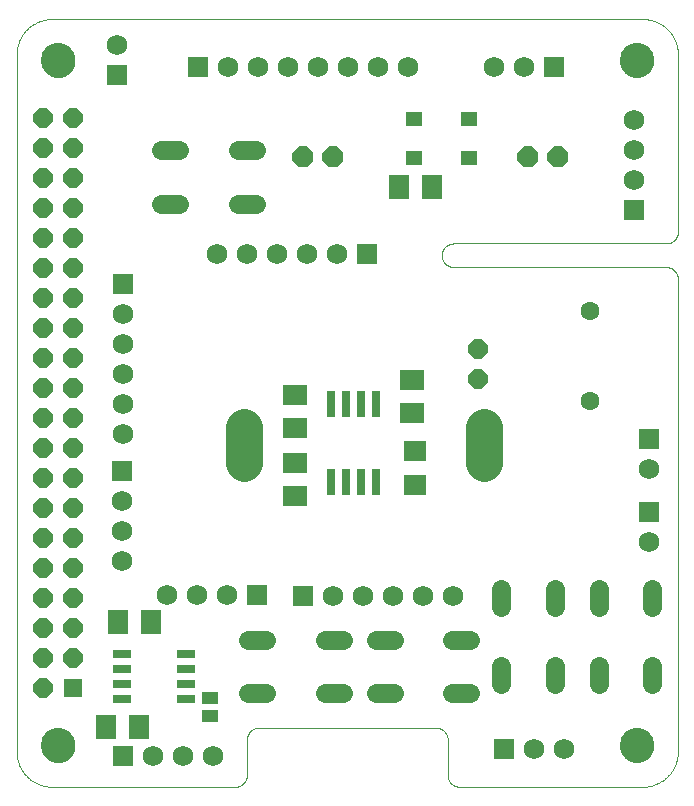
<source format=gts>
G75*
%MOIN*%
%OFA0B0*%
%FSLAX25Y25*%
%IPPOS*%
%LPD*%
%AMOC8*
5,1,8,0,0,1.08239X$1,22.5*
%
%ADD10C,0.00000*%
%ADD11C,0.11424*%
%ADD12R,0.06400X0.06400*%
%ADD13OC8,0.06400*%
%ADD14R,0.02762X0.09061*%
%ADD15C,0.06306*%
%ADD16R,0.06900X0.06900*%
%ADD17C,0.06900*%
%ADD18R,0.05912X0.02762*%
%ADD19C,0.12400*%
%ADD20R,0.05321X0.04337*%
%ADD21R,0.05518X0.05124*%
%ADD22C,0.06400*%
%ADD23OC8,0.07000*%
%ADD24R,0.06699X0.08274*%
%ADD25R,0.08274X0.06699*%
%ADD26R,0.07487X0.06699*%
D10*
X0037312Y0035098D02*
X0098336Y0035098D01*
X0098460Y0035100D01*
X0098583Y0035106D01*
X0098707Y0035115D01*
X0098829Y0035129D01*
X0098952Y0035146D01*
X0099074Y0035168D01*
X0099195Y0035193D01*
X0099315Y0035222D01*
X0099434Y0035254D01*
X0099553Y0035291D01*
X0099670Y0035331D01*
X0099785Y0035374D01*
X0099900Y0035422D01*
X0100012Y0035473D01*
X0100123Y0035527D01*
X0100233Y0035585D01*
X0100340Y0035646D01*
X0100446Y0035711D01*
X0100549Y0035779D01*
X0100650Y0035850D01*
X0100749Y0035924D01*
X0100846Y0036001D01*
X0100940Y0036082D01*
X0101031Y0036165D01*
X0101120Y0036251D01*
X0101206Y0036340D01*
X0101289Y0036431D01*
X0101370Y0036525D01*
X0101447Y0036622D01*
X0101521Y0036721D01*
X0101592Y0036822D01*
X0101660Y0036925D01*
X0101725Y0037031D01*
X0101786Y0037138D01*
X0101844Y0037248D01*
X0101898Y0037359D01*
X0101949Y0037471D01*
X0101997Y0037586D01*
X0102040Y0037701D01*
X0102080Y0037818D01*
X0102117Y0037937D01*
X0102149Y0038056D01*
X0102178Y0038176D01*
X0102203Y0038297D01*
X0102225Y0038419D01*
X0102242Y0038542D01*
X0102256Y0038664D01*
X0102265Y0038788D01*
X0102271Y0038911D01*
X0102273Y0039035D01*
X0102273Y0050846D01*
X0102275Y0050970D01*
X0102281Y0051093D01*
X0102290Y0051217D01*
X0102304Y0051339D01*
X0102321Y0051462D01*
X0102343Y0051584D01*
X0102368Y0051705D01*
X0102397Y0051825D01*
X0102429Y0051944D01*
X0102466Y0052063D01*
X0102506Y0052180D01*
X0102549Y0052295D01*
X0102597Y0052410D01*
X0102648Y0052522D01*
X0102702Y0052633D01*
X0102760Y0052743D01*
X0102821Y0052850D01*
X0102886Y0052956D01*
X0102954Y0053059D01*
X0103025Y0053160D01*
X0103099Y0053259D01*
X0103176Y0053356D01*
X0103257Y0053450D01*
X0103340Y0053541D01*
X0103426Y0053630D01*
X0103515Y0053716D01*
X0103606Y0053799D01*
X0103700Y0053880D01*
X0103797Y0053957D01*
X0103896Y0054031D01*
X0103997Y0054102D01*
X0104100Y0054170D01*
X0104206Y0054235D01*
X0104313Y0054296D01*
X0104423Y0054354D01*
X0104534Y0054408D01*
X0104646Y0054459D01*
X0104761Y0054507D01*
X0104876Y0054550D01*
X0104993Y0054590D01*
X0105112Y0054627D01*
X0105231Y0054659D01*
X0105351Y0054688D01*
X0105472Y0054713D01*
X0105594Y0054735D01*
X0105717Y0054752D01*
X0105839Y0054766D01*
X0105963Y0054775D01*
X0106086Y0054781D01*
X0106210Y0054783D01*
X0165265Y0054783D01*
X0165389Y0054781D01*
X0165512Y0054775D01*
X0165636Y0054766D01*
X0165758Y0054752D01*
X0165881Y0054735D01*
X0166003Y0054713D01*
X0166124Y0054688D01*
X0166244Y0054659D01*
X0166363Y0054627D01*
X0166482Y0054590D01*
X0166599Y0054550D01*
X0166714Y0054507D01*
X0166829Y0054459D01*
X0166941Y0054408D01*
X0167052Y0054354D01*
X0167162Y0054296D01*
X0167269Y0054235D01*
X0167375Y0054170D01*
X0167478Y0054102D01*
X0167579Y0054031D01*
X0167678Y0053957D01*
X0167775Y0053880D01*
X0167869Y0053799D01*
X0167960Y0053716D01*
X0168049Y0053630D01*
X0168135Y0053541D01*
X0168218Y0053450D01*
X0168299Y0053356D01*
X0168376Y0053259D01*
X0168450Y0053160D01*
X0168521Y0053059D01*
X0168589Y0052956D01*
X0168654Y0052850D01*
X0168715Y0052743D01*
X0168773Y0052633D01*
X0168827Y0052522D01*
X0168878Y0052410D01*
X0168926Y0052295D01*
X0168969Y0052180D01*
X0169009Y0052063D01*
X0169046Y0051944D01*
X0169078Y0051825D01*
X0169107Y0051705D01*
X0169132Y0051584D01*
X0169154Y0051462D01*
X0169171Y0051339D01*
X0169185Y0051217D01*
X0169194Y0051093D01*
X0169200Y0050970D01*
X0169202Y0050846D01*
X0169202Y0039035D01*
X0169204Y0038911D01*
X0169210Y0038788D01*
X0169219Y0038664D01*
X0169233Y0038542D01*
X0169250Y0038419D01*
X0169272Y0038297D01*
X0169297Y0038176D01*
X0169326Y0038056D01*
X0169358Y0037937D01*
X0169395Y0037818D01*
X0169435Y0037701D01*
X0169478Y0037586D01*
X0169526Y0037471D01*
X0169577Y0037359D01*
X0169631Y0037248D01*
X0169689Y0037138D01*
X0169750Y0037031D01*
X0169815Y0036925D01*
X0169883Y0036822D01*
X0169954Y0036721D01*
X0170028Y0036622D01*
X0170105Y0036525D01*
X0170186Y0036431D01*
X0170269Y0036340D01*
X0170355Y0036251D01*
X0170444Y0036165D01*
X0170535Y0036082D01*
X0170629Y0036001D01*
X0170726Y0035924D01*
X0170825Y0035850D01*
X0170926Y0035779D01*
X0171029Y0035711D01*
X0171135Y0035646D01*
X0171242Y0035585D01*
X0171352Y0035527D01*
X0171463Y0035473D01*
X0171575Y0035422D01*
X0171690Y0035374D01*
X0171805Y0035331D01*
X0171922Y0035291D01*
X0172041Y0035254D01*
X0172160Y0035222D01*
X0172280Y0035193D01*
X0172401Y0035168D01*
X0172523Y0035146D01*
X0172646Y0035129D01*
X0172768Y0035115D01*
X0172892Y0035106D01*
X0173015Y0035100D01*
X0173139Y0035098D01*
X0234162Y0035098D01*
X0234447Y0035101D01*
X0234733Y0035112D01*
X0235018Y0035129D01*
X0235302Y0035153D01*
X0235586Y0035184D01*
X0235869Y0035222D01*
X0236150Y0035267D01*
X0236431Y0035318D01*
X0236711Y0035376D01*
X0236989Y0035441D01*
X0237265Y0035513D01*
X0237539Y0035591D01*
X0237812Y0035676D01*
X0238082Y0035768D01*
X0238350Y0035866D01*
X0238616Y0035970D01*
X0238879Y0036081D01*
X0239139Y0036198D01*
X0239397Y0036321D01*
X0239651Y0036451D01*
X0239902Y0036587D01*
X0240150Y0036728D01*
X0240394Y0036876D01*
X0240635Y0037029D01*
X0240871Y0037189D01*
X0241104Y0037354D01*
X0241333Y0037524D01*
X0241558Y0037700D01*
X0241778Y0037882D01*
X0241994Y0038068D01*
X0242205Y0038260D01*
X0242412Y0038457D01*
X0242614Y0038659D01*
X0242811Y0038866D01*
X0243003Y0039077D01*
X0243189Y0039293D01*
X0243371Y0039513D01*
X0243547Y0039738D01*
X0243717Y0039967D01*
X0243882Y0040200D01*
X0244042Y0040436D01*
X0244195Y0040677D01*
X0244343Y0040921D01*
X0244484Y0041169D01*
X0244620Y0041420D01*
X0244750Y0041674D01*
X0244873Y0041932D01*
X0244990Y0042192D01*
X0245101Y0042455D01*
X0245205Y0042721D01*
X0245303Y0042989D01*
X0245395Y0043259D01*
X0245480Y0043532D01*
X0245558Y0043806D01*
X0245630Y0044082D01*
X0245695Y0044360D01*
X0245753Y0044640D01*
X0245804Y0044921D01*
X0245849Y0045202D01*
X0245887Y0045485D01*
X0245918Y0045769D01*
X0245942Y0046053D01*
X0245959Y0046338D01*
X0245970Y0046624D01*
X0245973Y0046909D01*
X0245973Y0204390D01*
X0245971Y0204514D01*
X0245965Y0204637D01*
X0245956Y0204761D01*
X0245942Y0204883D01*
X0245925Y0205006D01*
X0245903Y0205128D01*
X0245878Y0205249D01*
X0245849Y0205369D01*
X0245817Y0205488D01*
X0245780Y0205607D01*
X0245740Y0205724D01*
X0245697Y0205839D01*
X0245649Y0205954D01*
X0245598Y0206066D01*
X0245544Y0206177D01*
X0245486Y0206287D01*
X0245425Y0206394D01*
X0245360Y0206500D01*
X0245292Y0206603D01*
X0245221Y0206704D01*
X0245147Y0206803D01*
X0245070Y0206900D01*
X0244989Y0206994D01*
X0244906Y0207085D01*
X0244820Y0207174D01*
X0244731Y0207260D01*
X0244640Y0207343D01*
X0244546Y0207424D01*
X0244449Y0207501D01*
X0244350Y0207575D01*
X0244249Y0207646D01*
X0244146Y0207714D01*
X0244040Y0207779D01*
X0243933Y0207840D01*
X0243823Y0207898D01*
X0243712Y0207952D01*
X0243600Y0208003D01*
X0243485Y0208051D01*
X0243370Y0208094D01*
X0243253Y0208134D01*
X0243134Y0208171D01*
X0243015Y0208203D01*
X0242895Y0208232D01*
X0242774Y0208257D01*
X0242652Y0208279D01*
X0242529Y0208296D01*
X0242407Y0208310D01*
X0242283Y0208319D01*
X0242160Y0208325D01*
X0242036Y0208327D01*
X0171170Y0208327D01*
X0171046Y0208329D01*
X0170923Y0208335D01*
X0170799Y0208344D01*
X0170677Y0208358D01*
X0170554Y0208375D01*
X0170432Y0208397D01*
X0170311Y0208422D01*
X0170191Y0208451D01*
X0170072Y0208483D01*
X0169953Y0208520D01*
X0169836Y0208560D01*
X0169721Y0208603D01*
X0169606Y0208651D01*
X0169494Y0208702D01*
X0169383Y0208756D01*
X0169273Y0208814D01*
X0169166Y0208875D01*
X0169060Y0208940D01*
X0168957Y0209008D01*
X0168856Y0209079D01*
X0168757Y0209153D01*
X0168660Y0209230D01*
X0168566Y0209311D01*
X0168475Y0209394D01*
X0168386Y0209480D01*
X0168300Y0209569D01*
X0168217Y0209660D01*
X0168136Y0209754D01*
X0168059Y0209851D01*
X0167985Y0209950D01*
X0167914Y0210051D01*
X0167846Y0210154D01*
X0167781Y0210260D01*
X0167720Y0210367D01*
X0167662Y0210477D01*
X0167608Y0210588D01*
X0167557Y0210700D01*
X0167509Y0210815D01*
X0167466Y0210930D01*
X0167426Y0211047D01*
X0167389Y0211166D01*
X0167357Y0211285D01*
X0167328Y0211405D01*
X0167303Y0211526D01*
X0167281Y0211648D01*
X0167264Y0211771D01*
X0167250Y0211893D01*
X0167241Y0212017D01*
X0167235Y0212140D01*
X0167233Y0212264D01*
X0167235Y0212388D01*
X0167241Y0212511D01*
X0167250Y0212635D01*
X0167264Y0212757D01*
X0167281Y0212880D01*
X0167303Y0213002D01*
X0167328Y0213123D01*
X0167357Y0213243D01*
X0167389Y0213362D01*
X0167426Y0213481D01*
X0167466Y0213598D01*
X0167509Y0213713D01*
X0167557Y0213828D01*
X0167608Y0213940D01*
X0167662Y0214051D01*
X0167720Y0214161D01*
X0167781Y0214268D01*
X0167846Y0214374D01*
X0167914Y0214477D01*
X0167985Y0214578D01*
X0168059Y0214677D01*
X0168136Y0214774D01*
X0168217Y0214868D01*
X0168300Y0214959D01*
X0168386Y0215048D01*
X0168475Y0215134D01*
X0168566Y0215217D01*
X0168660Y0215298D01*
X0168757Y0215375D01*
X0168856Y0215449D01*
X0168957Y0215520D01*
X0169060Y0215588D01*
X0169166Y0215653D01*
X0169273Y0215714D01*
X0169383Y0215772D01*
X0169494Y0215826D01*
X0169606Y0215877D01*
X0169721Y0215925D01*
X0169836Y0215968D01*
X0169953Y0216008D01*
X0170072Y0216045D01*
X0170191Y0216077D01*
X0170311Y0216106D01*
X0170432Y0216131D01*
X0170554Y0216153D01*
X0170677Y0216170D01*
X0170799Y0216184D01*
X0170923Y0216193D01*
X0171046Y0216199D01*
X0171170Y0216201D01*
X0242036Y0216201D01*
X0242160Y0216203D01*
X0242283Y0216209D01*
X0242407Y0216218D01*
X0242529Y0216232D01*
X0242652Y0216249D01*
X0242774Y0216271D01*
X0242895Y0216296D01*
X0243015Y0216325D01*
X0243134Y0216357D01*
X0243253Y0216394D01*
X0243370Y0216434D01*
X0243485Y0216477D01*
X0243600Y0216525D01*
X0243712Y0216576D01*
X0243823Y0216630D01*
X0243933Y0216688D01*
X0244040Y0216749D01*
X0244146Y0216814D01*
X0244249Y0216882D01*
X0244350Y0216953D01*
X0244449Y0217027D01*
X0244546Y0217104D01*
X0244640Y0217185D01*
X0244731Y0217268D01*
X0244820Y0217354D01*
X0244906Y0217443D01*
X0244989Y0217534D01*
X0245070Y0217628D01*
X0245147Y0217725D01*
X0245221Y0217824D01*
X0245292Y0217925D01*
X0245360Y0218028D01*
X0245425Y0218134D01*
X0245486Y0218241D01*
X0245544Y0218351D01*
X0245598Y0218462D01*
X0245649Y0218574D01*
X0245697Y0218689D01*
X0245740Y0218804D01*
X0245780Y0218921D01*
X0245817Y0219040D01*
X0245849Y0219159D01*
X0245878Y0219279D01*
X0245903Y0219400D01*
X0245925Y0219522D01*
X0245942Y0219645D01*
X0245956Y0219767D01*
X0245965Y0219891D01*
X0245971Y0220014D01*
X0245973Y0220138D01*
X0245973Y0279193D01*
X0245970Y0279478D01*
X0245959Y0279764D01*
X0245942Y0280049D01*
X0245918Y0280333D01*
X0245887Y0280617D01*
X0245849Y0280900D01*
X0245804Y0281181D01*
X0245753Y0281462D01*
X0245695Y0281742D01*
X0245630Y0282020D01*
X0245558Y0282296D01*
X0245480Y0282570D01*
X0245395Y0282843D01*
X0245303Y0283113D01*
X0245205Y0283381D01*
X0245101Y0283647D01*
X0244990Y0283910D01*
X0244873Y0284170D01*
X0244750Y0284428D01*
X0244620Y0284682D01*
X0244484Y0284933D01*
X0244343Y0285181D01*
X0244195Y0285425D01*
X0244042Y0285666D01*
X0243882Y0285902D01*
X0243717Y0286135D01*
X0243547Y0286364D01*
X0243371Y0286589D01*
X0243189Y0286809D01*
X0243003Y0287025D01*
X0242811Y0287236D01*
X0242614Y0287443D01*
X0242412Y0287645D01*
X0242205Y0287842D01*
X0241994Y0288034D01*
X0241778Y0288220D01*
X0241558Y0288402D01*
X0241333Y0288578D01*
X0241104Y0288748D01*
X0240871Y0288913D01*
X0240635Y0289073D01*
X0240394Y0289226D01*
X0240150Y0289374D01*
X0239902Y0289515D01*
X0239651Y0289651D01*
X0239397Y0289781D01*
X0239139Y0289904D01*
X0238879Y0290021D01*
X0238616Y0290132D01*
X0238350Y0290236D01*
X0238082Y0290334D01*
X0237812Y0290426D01*
X0237539Y0290511D01*
X0237265Y0290589D01*
X0236989Y0290661D01*
X0236711Y0290726D01*
X0236431Y0290784D01*
X0236150Y0290835D01*
X0235869Y0290880D01*
X0235586Y0290918D01*
X0235302Y0290949D01*
X0235018Y0290973D01*
X0234733Y0290990D01*
X0234447Y0291001D01*
X0234162Y0291004D01*
X0037312Y0291004D01*
X0037027Y0291001D01*
X0036741Y0290990D01*
X0036456Y0290973D01*
X0036172Y0290949D01*
X0035888Y0290918D01*
X0035605Y0290880D01*
X0035324Y0290835D01*
X0035043Y0290784D01*
X0034763Y0290726D01*
X0034485Y0290661D01*
X0034209Y0290589D01*
X0033935Y0290511D01*
X0033662Y0290426D01*
X0033392Y0290334D01*
X0033124Y0290236D01*
X0032858Y0290132D01*
X0032595Y0290021D01*
X0032335Y0289904D01*
X0032077Y0289781D01*
X0031823Y0289651D01*
X0031572Y0289515D01*
X0031324Y0289374D01*
X0031080Y0289226D01*
X0030839Y0289073D01*
X0030603Y0288913D01*
X0030370Y0288748D01*
X0030141Y0288578D01*
X0029916Y0288402D01*
X0029696Y0288220D01*
X0029480Y0288034D01*
X0029269Y0287842D01*
X0029062Y0287645D01*
X0028860Y0287443D01*
X0028663Y0287236D01*
X0028471Y0287025D01*
X0028285Y0286809D01*
X0028103Y0286589D01*
X0027927Y0286364D01*
X0027757Y0286135D01*
X0027592Y0285902D01*
X0027432Y0285666D01*
X0027279Y0285425D01*
X0027131Y0285181D01*
X0026990Y0284933D01*
X0026854Y0284682D01*
X0026724Y0284428D01*
X0026601Y0284170D01*
X0026484Y0283910D01*
X0026373Y0283647D01*
X0026269Y0283381D01*
X0026171Y0283113D01*
X0026079Y0282843D01*
X0025994Y0282570D01*
X0025916Y0282296D01*
X0025844Y0282020D01*
X0025779Y0281742D01*
X0025721Y0281462D01*
X0025670Y0281181D01*
X0025625Y0280900D01*
X0025587Y0280617D01*
X0025556Y0280333D01*
X0025532Y0280049D01*
X0025515Y0279764D01*
X0025504Y0279478D01*
X0025501Y0279193D01*
X0025501Y0046909D01*
X0025504Y0046624D01*
X0025515Y0046338D01*
X0025532Y0046053D01*
X0025556Y0045769D01*
X0025587Y0045485D01*
X0025625Y0045202D01*
X0025670Y0044921D01*
X0025721Y0044640D01*
X0025779Y0044360D01*
X0025844Y0044082D01*
X0025916Y0043806D01*
X0025994Y0043532D01*
X0026079Y0043259D01*
X0026171Y0042989D01*
X0026269Y0042721D01*
X0026373Y0042455D01*
X0026484Y0042192D01*
X0026601Y0041932D01*
X0026724Y0041674D01*
X0026854Y0041420D01*
X0026990Y0041169D01*
X0027131Y0040921D01*
X0027279Y0040677D01*
X0027432Y0040436D01*
X0027592Y0040200D01*
X0027757Y0039967D01*
X0027927Y0039738D01*
X0028103Y0039513D01*
X0028285Y0039293D01*
X0028471Y0039077D01*
X0028663Y0038866D01*
X0028860Y0038659D01*
X0029062Y0038457D01*
X0029269Y0038260D01*
X0029480Y0038068D01*
X0029696Y0037882D01*
X0029916Y0037700D01*
X0030141Y0037524D01*
X0030370Y0037354D01*
X0030603Y0037189D01*
X0030839Y0037029D01*
X0031080Y0036876D01*
X0031324Y0036728D01*
X0031572Y0036587D01*
X0031823Y0036451D01*
X0032077Y0036321D01*
X0032335Y0036198D01*
X0032595Y0036081D01*
X0032858Y0035970D01*
X0033124Y0035866D01*
X0033392Y0035768D01*
X0033662Y0035676D01*
X0033935Y0035591D01*
X0034209Y0035513D01*
X0034485Y0035441D01*
X0034763Y0035376D01*
X0035043Y0035318D01*
X0035324Y0035267D01*
X0035605Y0035222D01*
X0035888Y0035184D01*
X0036172Y0035153D01*
X0036456Y0035129D01*
X0036741Y0035112D01*
X0037027Y0035101D01*
X0037312Y0035098D01*
X0033765Y0048883D02*
X0033767Y0049031D01*
X0033773Y0049179D01*
X0033783Y0049327D01*
X0033797Y0049474D01*
X0033815Y0049621D01*
X0033836Y0049767D01*
X0033862Y0049913D01*
X0033892Y0050058D01*
X0033925Y0050202D01*
X0033963Y0050345D01*
X0034004Y0050487D01*
X0034049Y0050628D01*
X0034097Y0050768D01*
X0034150Y0050907D01*
X0034206Y0051044D01*
X0034266Y0051179D01*
X0034329Y0051313D01*
X0034396Y0051445D01*
X0034467Y0051575D01*
X0034541Y0051703D01*
X0034618Y0051829D01*
X0034699Y0051953D01*
X0034783Y0052075D01*
X0034870Y0052194D01*
X0034961Y0052311D01*
X0035055Y0052426D01*
X0035151Y0052538D01*
X0035251Y0052648D01*
X0035353Y0052754D01*
X0035459Y0052858D01*
X0035567Y0052959D01*
X0035678Y0053057D01*
X0035791Y0053153D01*
X0035907Y0053245D01*
X0036025Y0053334D01*
X0036146Y0053419D01*
X0036269Y0053502D01*
X0036394Y0053581D01*
X0036521Y0053657D01*
X0036650Y0053729D01*
X0036781Y0053798D01*
X0036914Y0053863D01*
X0037049Y0053924D01*
X0037185Y0053982D01*
X0037322Y0054037D01*
X0037461Y0054087D01*
X0037602Y0054134D01*
X0037743Y0054177D01*
X0037886Y0054217D01*
X0038030Y0054252D01*
X0038174Y0054284D01*
X0038320Y0054311D01*
X0038466Y0054335D01*
X0038613Y0054355D01*
X0038760Y0054371D01*
X0038907Y0054383D01*
X0039055Y0054391D01*
X0039203Y0054395D01*
X0039351Y0054395D01*
X0039499Y0054391D01*
X0039647Y0054383D01*
X0039794Y0054371D01*
X0039941Y0054355D01*
X0040088Y0054335D01*
X0040234Y0054311D01*
X0040380Y0054284D01*
X0040524Y0054252D01*
X0040668Y0054217D01*
X0040811Y0054177D01*
X0040952Y0054134D01*
X0041093Y0054087D01*
X0041232Y0054037D01*
X0041369Y0053982D01*
X0041505Y0053924D01*
X0041640Y0053863D01*
X0041773Y0053798D01*
X0041904Y0053729D01*
X0042033Y0053657D01*
X0042160Y0053581D01*
X0042285Y0053502D01*
X0042408Y0053419D01*
X0042529Y0053334D01*
X0042647Y0053245D01*
X0042763Y0053153D01*
X0042876Y0053057D01*
X0042987Y0052959D01*
X0043095Y0052858D01*
X0043201Y0052754D01*
X0043303Y0052648D01*
X0043403Y0052538D01*
X0043499Y0052426D01*
X0043593Y0052311D01*
X0043684Y0052194D01*
X0043771Y0052075D01*
X0043855Y0051953D01*
X0043936Y0051829D01*
X0044013Y0051703D01*
X0044087Y0051575D01*
X0044158Y0051445D01*
X0044225Y0051313D01*
X0044288Y0051179D01*
X0044348Y0051044D01*
X0044404Y0050907D01*
X0044457Y0050768D01*
X0044505Y0050628D01*
X0044550Y0050487D01*
X0044591Y0050345D01*
X0044629Y0050202D01*
X0044662Y0050058D01*
X0044692Y0049913D01*
X0044718Y0049767D01*
X0044739Y0049621D01*
X0044757Y0049474D01*
X0044771Y0049327D01*
X0044781Y0049179D01*
X0044787Y0049031D01*
X0044789Y0048883D01*
X0044787Y0048735D01*
X0044781Y0048587D01*
X0044771Y0048439D01*
X0044757Y0048292D01*
X0044739Y0048145D01*
X0044718Y0047999D01*
X0044692Y0047853D01*
X0044662Y0047708D01*
X0044629Y0047564D01*
X0044591Y0047421D01*
X0044550Y0047279D01*
X0044505Y0047138D01*
X0044457Y0046998D01*
X0044404Y0046859D01*
X0044348Y0046722D01*
X0044288Y0046587D01*
X0044225Y0046453D01*
X0044158Y0046321D01*
X0044087Y0046191D01*
X0044013Y0046063D01*
X0043936Y0045937D01*
X0043855Y0045813D01*
X0043771Y0045691D01*
X0043684Y0045572D01*
X0043593Y0045455D01*
X0043499Y0045340D01*
X0043403Y0045228D01*
X0043303Y0045118D01*
X0043201Y0045012D01*
X0043095Y0044908D01*
X0042987Y0044807D01*
X0042876Y0044709D01*
X0042763Y0044613D01*
X0042647Y0044521D01*
X0042529Y0044432D01*
X0042408Y0044347D01*
X0042285Y0044264D01*
X0042160Y0044185D01*
X0042033Y0044109D01*
X0041904Y0044037D01*
X0041773Y0043968D01*
X0041640Y0043903D01*
X0041505Y0043842D01*
X0041369Y0043784D01*
X0041232Y0043729D01*
X0041093Y0043679D01*
X0040952Y0043632D01*
X0040811Y0043589D01*
X0040668Y0043549D01*
X0040524Y0043514D01*
X0040380Y0043482D01*
X0040234Y0043455D01*
X0040088Y0043431D01*
X0039941Y0043411D01*
X0039794Y0043395D01*
X0039647Y0043383D01*
X0039499Y0043375D01*
X0039351Y0043371D01*
X0039203Y0043371D01*
X0039055Y0043375D01*
X0038907Y0043383D01*
X0038760Y0043395D01*
X0038613Y0043411D01*
X0038466Y0043431D01*
X0038320Y0043455D01*
X0038174Y0043482D01*
X0038030Y0043514D01*
X0037886Y0043549D01*
X0037743Y0043589D01*
X0037602Y0043632D01*
X0037461Y0043679D01*
X0037322Y0043729D01*
X0037185Y0043784D01*
X0037049Y0043842D01*
X0036914Y0043903D01*
X0036781Y0043968D01*
X0036650Y0044037D01*
X0036521Y0044109D01*
X0036394Y0044185D01*
X0036269Y0044264D01*
X0036146Y0044347D01*
X0036025Y0044432D01*
X0035907Y0044521D01*
X0035791Y0044613D01*
X0035678Y0044709D01*
X0035567Y0044807D01*
X0035459Y0044908D01*
X0035353Y0045012D01*
X0035251Y0045118D01*
X0035151Y0045228D01*
X0035055Y0045340D01*
X0034961Y0045455D01*
X0034870Y0045572D01*
X0034783Y0045691D01*
X0034699Y0045813D01*
X0034618Y0045937D01*
X0034541Y0046063D01*
X0034467Y0046191D01*
X0034396Y0046321D01*
X0034329Y0046453D01*
X0034266Y0046587D01*
X0034206Y0046722D01*
X0034150Y0046859D01*
X0034097Y0046998D01*
X0034049Y0047138D01*
X0034004Y0047279D01*
X0033963Y0047421D01*
X0033925Y0047564D01*
X0033892Y0047708D01*
X0033862Y0047853D01*
X0033836Y0047999D01*
X0033815Y0048145D01*
X0033797Y0048292D01*
X0033783Y0048439D01*
X0033773Y0048587D01*
X0033767Y0048735D01*
X0033765Y0048883D01*
X0226679Y0048883D02*
X0226681Y0049031D01*
X0226687Y0049179D01*
X0226697Y0049327D01*
X0226711Y0049474D01*
X0226729Y0049621D01*
X0226750Y0049767D01*
X0226776Y0049913D01*
X0226806Y0050058D01*
X0226839Y0050202D01*
X0226877Y0050345D01*
X0226918Y0050487D01*
X0226963Y0050628D01*
X0227011Y0050768D01*
X0227064Y0050907D01*
X0227120Y0051044D01*
X0227180Y0051179D01*
X0227243Y0051313D01*
X0227310Y0051445D01*
X0227381Y0051575D01*
X0227455Y0051703D01*
X0227532Y0051829D01*
X0227613Y0051953D01*
X0227697Y0052075D01*
X0227784Y0052194D01*
X0227875Y0052311D01*
X0227969Y0052426D01*
X0228065Y0052538D01*
X0228165Y0052648D01*
X0228267Y0052754D01*
X0228373Y0052858D01*
X0228481Y0052959D01*
X0228592Y0053057D01*
X0228705Y0053153D01*
X0228821Y0053245D01*
X0228939Y0053334D01*
X0229060Y0053419D01*
X0229183Y0053502D01*
X0229308Y0053581D01*
X0229435Y0053657D01*
X0229564Y0053729D01*
X0229695Y0053798D01*
X0229828Y0053863D01*
X0229963Y0053924D01*
X0230099Y0053982D01*
X0230236Y0054037D01*
X0230375Y0054087D01*
X0230516Y0054134D01*
X0230657Y0054177D01*
X0230800Y0054217D01*
X0230944Y0054252D01*
X0231088Y0054284D01*
X0231234Y0054311D01*
X0231380Y0054335D01*
X0231527Y0054355D01*
X0231674Y0054371D01*
X0231821Y0054383D01*
X0231969Y0054391D01*
X0232117Y0054395D01*
X0232265Y0054395D01*
X0232413Y0054391D01*
X0232561Y0054383D01*
X0232708Y0054371D01*
X0232855Y0054355D01*
X0233002Y0054335D01*
X0233148Y0054311D01*
X0233294Y0054284D01*
X0233438Y0054252D01*
X0233582Y0054217D01*
X0233725Y0054177D01*
X0233866Y0054134D01*
X0234007Y0054087D01*
X0234146Y0054037D01*
X0234283Y0053982D01*
X0234419Y0053924D01*
X0234554Y0053863D01*
X0234687Y0053798D01*
X0234818Y0053729D01*
X0234947Y0053657D01*
X0235074Y0053581D01*
X0235199Y0053502D01*
X0235322Y0053419D01*
X0235443Y0053334D01*
X0235561Y0053245D01*
X0235677Y0053153D01*
X0235790Y0053057D01*
X0235901Y0052959D01*
X0236009Y0052858D01*
X0236115Y0052754D01*
X0236217Y0052648D01*
X0236317Y0052538D01*
X0236413Y0052426D01*
X0236507Y0052311D01*
X0236598Y0052194D01*
X0236685Y0052075D01*
X0236769Y0051953D01*
X0236850Y0051829D01*
X0236927Y0051703D01*
X0237001Y0051575D01*
X0237072Y0051445D01*
X0237139Y0051313D01*
X0237202Y0051179D01*
X0237262Y0051044D01*
X0237318Y0050907D01*
X0237371Y0050768D01*
X0237419Y0050628D01*
X0237464Y0050487D01*
X0237505Y0050345D01*
X0237543Y0050202D01*
X0237576Y0050058D01*
X0237606Y0049913D01*
X0237632Y0049767D01*
X0237653Y0049621D01*
X0237671Y0049474D01*
X0237685Y0049327D01*
X0237695Y0049179D01*
X0237701Y0049031D01*
X0237703Y0048883D01*
X0237701Y0048735D01*
X0237695Y0048587D01*
X0237685Y0048439D01*
X0237671Y0048292D01*
X0237653Y0048145D01*
X0237632Y0047999D01*
X0237606Y0047853D01*
X0237576Y0047708D01*
X0237543Y0047564D01*
X0237505Y0047421D01*
X0237464Y0047279D01*
X0237419Y0047138D01*
X0237371Y0046998D01*
X0237318Y0046859D01*
X0237262Y0046722D01*
X0237202Y0046587D01*
X0237139Y0046453D01*
X0237072Y0046321D01*
X0237001Y0046191D01*
X0236927Y0046063D01*
X0236850Y0045937D01*
X0236769Y0045813D01*
X0236685Y0045691D01*
X0236598Y0045572D01*
X0236507Y0045455D01*
X0236413Y0045340D01*
X0236317Y0045228D01*
X0236217Y0045118D01*
X0236115Y0045012D01*
X0236009Y0044908D01*
X0235901Y0044807D01*
X0235790Y0044709D01*
X0235677Y0044613D01*
X0235561Y0044521D01*
X0235443Y0044432D01*
X0235322Y0044347D01*
X0235199Y0044264D01*
X0235074Y0044185D01*
X0234947Y0044109D01*
X0234818Y0044037D01*
X0234687Y0043968D01*
X0234554Y0043903D01*
X0234419Y0043842D01*
X0234283Y0043784D01*
X0234146Y0043729D01*
X0234007Y0043679D01*
X0233866Y0043632D01*
X0233725Y0043589D01*
X0233582Y0043549D01*
X0233438Y0043514D01*
X0233294Y0043482D01*
X0233148Y0043455D01*
X0233002Y0043431D01*
X0232855Y0043411D01*
X0232708Y0043395D01*
X0232561Y0043383D01*
X0232413Y0043375D01*
X0232265Y0043371D01*
X0232117Y0043371D01*
X0231969Y0043375D01*
X0231821Y0043383D01*
X0231674Y0043395D01*
X0231527Y0043411D01*
X0231380Y0043431D01*
X0231234Y0043455D01*
X0231088Y0043482D01*
X0230944Y0043514D01*
X0230800Y0043549D01*
X0230657Y0043589D01*
X0230516Y0043632D01*
X0230375Y0043679D01*
X0230236Y0043729D01*
X0230099Y0043784D01*
X0229963Y0043842D01*
X0229828Y0043903D01*
X0229695Y0043968D01*
X0229564Y0044037D01*
X0229435Y0044109D01*
X0229308Y0044185D01*
X0229183Y0044264D01*
X0229060Y0044347D01*
X0228939Y0044432D01*
X0228821Y0044521D01*
X0228705Y0044613D01*
X0228592Y0044709D01*
X0228481Y0044807D01*
X0228373Y0044908D01*
X0228267Y0045012D01*
X0228165Y0045118D01*
X0228065Y0045228D01*
X0227969Y0045340D01*
X0227875Y0045455D01*
X0227784Y0045572D01*
X0227697Y0045691D01*
X0227613Y0045813D01*
X0227532Y0045937D01*
X0227455Y0046063D01*
X0227381Y0046191D01*
X0227310Y0046321D01*
X0227243Y0046453D01*
X0227180Y0046587D01*
X0227120Y0046722D01*
X0227064Y0046859D01*
X0227011Y0046998D01*
X0226963Y0047138D01*
X0226918Y0047279D01*
X0226877Y0047421D01*
X0226839Y0047564D01*
X0226806Y0047708D01*
X0226776Y0047853D01*
X0226750Y0047999D01*
X0226729Y0048145D01*
X0226711Y0048292D01*
X0226697Y0048439D01*
X0226687Y0048587D01*
X0226681Y0048735D01*
X0226679Y0048883D01*
X0226679Y0277230D02*
X0226681Y0277378D01*
X0226687Y0277526D01*
X0226697Y0277674D01*
X0226711Y0277821D01*
X0226729Y0277968D01*
X0226750Y0278114D01*
X0226776Y0278260D01*
X0226806Y0278405D01*
X0226839Y0278549D01*
X0226877Y0278692D01*
X0226918Y0278834D01*
X0226963Y0278975D01*
X0227011Y0279115D01*
X0227064Y0279254D01*
X0227120Y0279391D01*
X0227180Y0279526D01*
X0227243Y0279660D01*
X0227310Y0279792D01*
X0227381Y0279922D01*
X0227455Y0280050D01*
X0227532Y0280176D01*
X0227613Y0280300D01*
X0227697Y0280422D01*
X0227784Y0280541D01*
X0227875Y0280658D01*
X0227969Y0280773D01*
X0228065Y0280885D01*
X0228165Y0280995D01*
X0228267Y0281101D01*
X0228373Y0281205D01*
X0228481Y0281306D01*
X0228592Y0281404D01*
X0228705Y0281500D01*
X0228821Y0281592D01*
X0228939Y0281681D01*
X0229060Y0281766D01*
X0229183Y0281849D01*
X0229308Y0281928D01*
X0229435Y0282004D01*
X0229564Y0282076D01*
X0229695Y0282145D01*
X0229828Y0282210D01*
X0229963Y0282271D01*
X0230099Y0282329D01*
X0230236Y0282384D01*
X0230375Y0282434D01*
X0230516Y0282481D01*
X0230657Y0282524D01*
X0230800Y0282564D01*
X0230944Y0282599D01*
X0231088Y0282631D01*
X0231234Y0282658D01*
X0231380Y0282682D01*
X0231527Y0282702D01*
X0231674Y0282718D01*
X0231821Y0282730D01*
X0231969Y0282738D01*
X0232117Y0282742D01*
X0232265Y0282742D01*
X0232413Y0282738D01*
X0232561Y0282730D01*
X0232708Y0282718D01*
X0232855Y0282702D01*
X0233002Y0282682D01*
X0233148Y0282658D01*
X0233294Y0282631D01*
X0233438Y0282599D01*
X0233582Y0282564D01*
X0233725Y0282524D01*
X0233866Y0282481D01*
X0234007Y0282434D01*
X0234146Y0282384D01*
X0234283Y0282329D01*
X0234419Y0282271D01*
X0234554Y0282210D01*
X0234687Y0282145D01*
X0234818Y0282076D01*
X0234947Y0282004D01*
X0235074Y0281928D01*
X0235199Y0281849D01*
X0235322Y0281766D01*
X0235443Y0281681D01*
X0235561Y0281592D01*
X0235677Y0281500D01*
X0235790Y0281404D01*
X0235901Y0281306D01*
X0236009Y0281205D01*
X0236115Y0281101D01*
X0236217Y0280995D01*
X0236317Y0280885D01*
X0236413Y0280773D01*
X0236507Y0280658D01*
X0236598Y0280541D01*
X0236685Y0280422D01*
X0236769Y0280300D01*
X0236850Y0280176D01*
X0236927Y0280050D01*
X0237001Y0279922D01*
X0237072Y0279792D01*
X0237139Y0279660D01*
X0237202Y0279526D01*
X0237262Y0279391D01*
X0237318Y0279254D01*
X0237371Y0279115D01*
X0237419Y0278975D01*
X0237464Y0278834D01*
X0237505Y0278692D01*
X0237543Y0278549D01*
X0237576Y0278405D01*
X0237606Y0278260D01*
X0237632Y0278114D01*
X0237653Y0277968D01*
X0237671Y0277821D01*
X0237685Y0277674D01*
X0237695Y0277526D01*
X0237701Y0277378D01*
X0237703Y0277230D01*
X0237701Y0277082D01*
X0237695Y0276934D01*
X0237685Y0276786D01*
X0237671Y0276639D01*
X0237653Y0276492D01*
X0237632Y0276346D01*
X0237606Y0276200D01*
X0237576Y0276055D01*
X0237543Y0275911D01*
X0237505Y0275768D01*
X0237464Y0275626D01*
X0237419Y0275485D01*
X0237371Y0275345D01*
X0237318Y0275206D01*
X0237262Y0275069D01*
X0237202Y0274934D01*
X0237139Y0274800D01*
X0237072Y0274668D01*
X0237001Y0274538D01*
X0236927Y0274410D01*
X0236850Y0274284D01*
X0236769Y0274160D01*
X0236685Y0274038D01*
X0236598Y0273919D01*
X0236507Y0273802D01*
X0236413Y0273687D01*
X0236317Y0273575D01*
X0236217Y0273465D01*
X0236115Y0273359D01*
X0236009Y0273255D01*
X0235901Y0273154D01*
X0235790Y0273056D01*
X0235677Y0272960D01*
X0235561Y0272868D01*
X0235443Y0272779D01*
X0235322Y0272694D01*
X0235199Y0272611D01*
X0235074Y0272532D01*
X0234947Y0272456D01*
X0234818Y0272384D01*
X0234687Y0272315D01*
X0234554Y0272250D01*
X0234419Y0272189D01*
X0234283Y0272131D01*
X0234146Y0272076D01*
X0234007Y0272026D01*
X0233866Y0271979D01*
X0233725Y0271936D01*
X0233582Y0271896D01*
X0233438Y0271861D01*
X0233294Y0271829D01*
X0233148Y0271802D01*
X0233002Y0271778D01*
X0232855Y0271758D01*
X0232708Y0271742D01*
X0232561Y0271730D01*
X0232413Y0271722D01*
X0232265Y0271718D01*
X0232117Y0271718D01*
X0231969Y0271722D01*
X0231821Y0271730D01*
X0231674Y0271742D01*
X0231527Y0271758D01*
X0231380Y0271778D01*
X0231234Y0271802D01*
X0231088Y0271829D01*
X0230944Y0271861D01*
X0230800Y0271896D01*
X0230657Y0271936D01*
X0230516Y0271979D01*
X0230375Y0272026D01*
X0230236Y0272076D01*
X0230099Y0272131D01*
X0229963Y0272189D01*
X0229828Y0272250D01*
X0229695Y0272315D01*
X0229564Y0272384D01*
X0229435Y0272456D01*
X0229308Y0272532D01*
X0229183Y0272611D01*
X0229060Y0272694D01*
X0228939Y0272779D01*
X0228821Y0272868D01*
X0228705Y0272960D01*
X0228592Y0273056D01*
X0228481Y0273154D01*
X0228373Y0273255D01*
X0228267Y0273359D01*
X0228165Y0273465D01*
X0228065Y0273575D01*
X0227969Y0273687D01*
X0227875Y0273802D01*
X0227784Y0273919D01*
X0227697Y0274038D01*
X0227613Y0274160D01*
X0227532Y0274284D01*
X0227455Y0274410D01*
X0227381Y0274538D01*
X0227310Y0274668D01*
X0227243Y0274800D01*
X0227180Y0274934D01*
X0227120Y0275069D01*
X0227064Y0275206D01*
X0227011Y0275345D01*
X0226963Y0275485D01*
X0226918Y0275626D01*
X0226877Y0275768D01*
X0226839Y0275911D01*
X0226806Y0276055D01*
X0226776Y0276200D01*
X0226750Y0276346D01*
X0226729Y0276492D01*
X0226711Y0276639D01*
X0226697Y0276786D01*
X0226687Y0276934D01*
X0226681Y0277082D01*
X0226679Y0277230D01*
X0033765Y0277230D02*
X0033767Y0277378D01*
X0033773Y0277526D01*
X0033783Y0277674D01*
X0033797Y0277821D01*
X0033815Y0277968D01*
X0033836Y0278114D01*
X0033862Y0278260D01*
X0033892Y0278405D01*
X0033925Y0278549D01*
X0033963Y0278692D01*
X0034004Y0278834D01*
X0034049Y0278975D01*
X0034097Y0279115D01*
X0034150Y0279254D01*
X0034206Y0279391D01*
X0034266Y0279526D01*
X0034329Y0279660D01*
X0034396Y0279792D01*
X0034467Y0279922D01*
X0034541Y0280050D01*
X0034618Y0280176D01*
X0034699Y0280300D01*
X0034783Y0280422D01*
X0034870Y0280541D01*
X0034961Y0280658D01*
X0035055Y0280773D01*
X0035151Y0280885D01*
X0035251Y0280995D01*
X0035353Y0281101D01*
X0035459Y0281205D01*
X0035567Y0281306D01*
X0035678Y0281404D01*
X0035791Y0281500D01*
X0035907Y0281592D01*
X0036025Y0281681D01*
X0036146Y0281766D01*
X0036269Y0281849D01*
X0036394Y0281928D01*
X0036521Y0282004D01*
X0036650Y0282076D01*
X0036781Y0282145D01*
X0036914Y0282210D01*
X0037049Y0282271D01*
X0037185Y0282329D01*
X0037322Y0282384D01*
X0037461Y0282434D01*
X0037602Y0282481D01*
X0037743Y0282524D01*
X0037886Y0282564D01*
X0038030Y0282599D01*
X0038174Y0282631D01*
X0038320Y0282658D01*
X0038466Y0282682D01*
X0038613Y0282702D01*
X0038760Y0282718D01*
X0038907Y0282730D01*
X0039055Y0282738D01*
X0039203Y0282742D01*
X0039351Y0282742D01*
X0039499Y0282738D01*
X0039647Y0282730D01*
X0039794Y0282718D01*
X0039941Y0282702D01*
X0040088Y0282682D01*
X0040234Y0282658D01*
X0040380Y0282631D01*
X0040524Y0282599D01*
X0040668Y0282564D01*
X0040811Y0282524D01*
X0040952Y0282481D01*
X0041093Y0282434D01*
X0041232Y0282384D01*
X0041369Y0282329D01*
X0041505Y0282271D01*
X0041640Y0282210D01*
X0041773Y0282145D01*
X0041904Y0282076D01*
X0042033Y0282004D01*
X0042160Y0281928D01*
X0042285Y0281849D01*
X0042408Y0281766D01*
X0042529Y0281681D01*
X0042647Y0281592D01*
X0042763Y0281500D01*
X0042876Y0281404D01*
X0042987Y0281306D01*
X0043095Y0281205D01*
X0043201Y0281101D01*
X0043303Y0280995D01*
X0043403Y0280885D01*
X0043499Y0280773D01*
X0043593Y0280658D01*
X0043684Y0280541D01*
X0043771Y0280422D01*
X0043855Y0280300D01*
X0043936Y0280176D01*
X0044013Y0280050D01*
X0044087Y0279922D01*
X0044158Y0279792D01*
X0044225Y0279660D01*
X0044288Y0279526D01*
X0044348Y0279391D01*
X0044404Y0279254D01*
X0044457Y0279115D01*
X0044505Y0278975D01*
X0044550Y0278834D01*
X0044591Y0278692D01*
X0044629Y0278549D01*
X0044662Y0278405D01*
X0044692Y0278260D01*
X0044718Y0278114D01*
X0044739Y0277968D01*
X0044757Y0277821D01*
X0044771Y0277674D01*
X0044781Y0277526D01*
X0044787Y0277378D01*
X0044789Y0277230D01*
X0044787Y0277082D01*
X0044781Y0276934D01*
X0044771Y0276786D01*
X0044757Y0276639D01*
X0044739Y0276492D01*
X0044718Y0276346D01*
X0044692Y0276200D01*
X0044662Y0276055D01*
X0044629Y0275911D01*
X0044591Y0275768D01*
X0044550Y0275626D01*
X0044505Y0275485D01*
X0044457Y0275345D01*
X0044404Y0275206D01*
X0044348Y0275069D01*
X0044288Y0274934D01*
X0044225Y0274800D01*
X0044158Y0274668D01*
X0044087Y0274538D01*
X0044013Y0274410D01*
X0043936Y0274284D01*
X0043855Y0274160D01*
X0043771Y0274038D01*
X0043684Y0273919D01*
X0043593Y0273802D01*
X0043499Y0273687D01*
X0043403Y0273575D01*
X0043303Y0273465D01*
X0043201Y0273359D01*
X0043095Y0273255D01*
X0042987Y0273154D01*
X0042876Y0273056D01*
X0042763Y0272960D01*
X0042647Y0272868D01*
X0042529Y0272779D01*
X0042408Y0272694D01*
X0042285Y0272611D01*
X0042160Y0272532D01*
X0042033Y0272456D01*
X0041904Y0272384D01*
X0041773Y0272315D01*
X0041640Y0272250D01*
X0041505Y0272189D01*
X0041369Y0272131D01*
X0041232Y0272076D01*
X0041093Y0272026D01*
X0040952Y0271979D01*
X0040811Y0271936D01*
X0040668Y0271896D01*
X0040524Y0271861D01*
X0040380Y0271829D01*
X0040234Y0271802D01*
X0040088Y0271778D01*
X0039941Y0271758D01*
X0039794Y0271742D01*
X0039647Y0271730D01*
X0039499Y0271722D01*
X0039351Y0271718D01*
X0039203Y0271718D01*
X0039055Y0271722D01*
X0038907Y0271730D01*
X0038760Y0271742D01*
X0038613Y0271758D01*
X0038466Y0271778D01*
X0038320Y0271802D01*
X0038174Y0271829D01*
X0038030Y0271861D01*
X0037886Y0271896D01*
X0037743Y0271936D01*
X0037602Y0271979D01*
X0037461Y0272026D01*
X0037322Y0272076D01*
X0037185Y0272131D01*
X0037049Y0272189D01*
X0036914Y0272250D01*
X0036781Y0272315D01*
X0036650Y0272384D01*
X0036521Y0272456D01*
X0036394Y0272532D01*
X0036269Y0272611D01*
X0036146Y0272694D01*
X0036025Y0272779D01*
X0035907Y0272868D01*
X0035791Y0272960D01*
X0035678Y0273056D01*
X0035567Y0273154D01*
X0035459Y0273255D01*
X0035353Y0273359D01*
X0035251Y0273465D01*
X0035151Y0273575D01*
X0035055Y0273687D01*
X0034961Y0273802D01*
X0034870Y0273919D01*
X0034783Y0274038D01*
X0034699Y0274160D01*
X0034618Y0274284D01*
X0034541Y0274410D01*
X0034467Y0274538D01*
X0034396Y0274668D01*
X0034329Y0274800D01*
X0034266Y0274934D01*
X0034206Y0275069D01*
X0034150Y0275206D01*
X0034097Y0275345D01*
X0034049Y0275485D01*
X0034004Y0275626D01*
X0033963Y0275768D01*
X0033925Y0275911D01*
X0033892Y0276055D01*
X0033862Y0276200D01*
X0033836Y0276346D01*
X0033815Y0276492D01*
X0033797Y0276639D01*
X0033783Y0276786D01*
X0033773Y0276934D01*
X0033767Y0277082D01*
X0033765Y0277230D01*
D11*
X0039277Y0277230D03*
X0232191Y0277230D03*
X0232191Y0048883D03*
X0039277Y0048883D03*
D12*
X0044277Y0068057D03*
D13*
X0034277Y0068057D03*
X0034277Y0078057D03*
X0044277Y0078057D03*
X0044277Y0088057D03*
X0034277Y0088057D03*
X0034277Y0098057D03*
X0044277Y0098057D03*
X0044277Y0108057D03*
X0034277Y0108057D03*
X0034277Y0118057D03*
X0044277Y0118057D03*
X0044277Y0128057D03*
X0034277Y0128057D03*
X0034277Y0138057D03*
X0044277Y0138057D03*
X0044277Y0148057D03*
X0034277Y0148057D03*
X0034277Y0158057D03*
X0044277Y0158057D03*
X0044277Y0168057D03*
X0034277Y0168057D03*
X0034277Y0178057D03*
X0044277Y0178057D03*
X0044277Y0188057D03*
X0034277Y0188057D03*
X0034277Y0198057D03*
X0044277Y0198057D03*
X0044277Y0208057D03*
X0034277Y0208057D03*
X0034277Y0218057D03*
X0044277Y0218057D03*
X0044277Y0228057D03*
X0034277Y0228057D03*
X0034277Y0238057D03*
X0044277Y0238057D03*
X0044277Y0248057D03*
X0034277Y0248057D03*
X0034277Y0258057D03*
X0044277Y0258057D03*
X0179267Y0180911D03*
X0179267Y0170911D03*
D14*
X0145163Y0162761D03*
X0140163Y0162761D03*
X0135163Y0162761D03*
X0130163Y0162761D03*
X0130163Y0136541D03*
X0135163Y0136541D03*
X0140163Y0136541D03*
X0145163Y0136541D03*
D15*
X0216600Y0163805D03*
X0216600Y0193726D03*
D16*
X0231423Y0227210D03*
X0204720Y0275104D03*
X0142220Y0212604D03*
X0060970Y0202604D03*
X0060763Y0140498D03*
X0105576Y0099149D03*
X0120970Y0098854D03*
X0188076Y0047643D03*
X0061076Y0045403D03*
X0236403Y0126659D03*
X0236472Y0151049D03*
X0059139Y0272210D03*
X0085970Y0275104D03*
D17*
X0095970Y0275104D03*
X0105970Y0275104D03*
X0115970Y0275104D03*
X0125970Y0275104D03*
X0135970Y0275104D03*
X0145970Y0275104D03*
X0155970Y0275104D03*
X0184720Y0275104D03*
X0194720Y0275104D03*
X0231423Y0257210D03*
X0231423Y0247210D03*
X0231423Y0237210D03*
X0132220Y0212604D03*
X0122220Y0212604D03*
X0112220Y0212604D03*
X0102220Y0212604D03*
X0092220Y0212604D03*
X0060970Y0192604D03*
X0060970Y0182604D03*
X0060970Y0172604D03*
X0060970Y0162604D03*
X0060970Y0152604D03*
X0060763Y0130498D03*
X0060763Y0120498D03*
X0060763Y0110498D03*
X0075576Y0099149D03*
X0085576Y0099149D03*
X0095576Y0099149D03*
X0130970Y0098854D03*
X0140970Y0098854D03*
X0150970Y0098854D03*
X0160970Y0098854D03*
X0170970Y0098854D03*
X0236403Y0116659D03*
X0236472Y0141049D03*
X0208076Y0047643D03*
X0198076Y0047643D03*
X0091076Y0045403D03*
X0081076Y0045403D03*
X0071076Y0045403D03*
X0059139Y0282210D03*
D18*
X0060813Y0079405D03*
X0060813Y0074405D03*
X0060813Y0069405D03*
X0060813Y0064405D03*
X0082072Y0064405D03*
X0082072Y0069405D03*
X0082072Y0074405D03*
X0082072Y0079405D03*
D19*
X0101423Y0143100D02*
X0101423Y0155100D01*
X0181423Y0155100D02*
X0181423Y0143100D01*
D20*
X0090065Y0064671D03*
X0090065Y0058765D03*
D21*
X0157899Y0244730D03*
X0176403Y0244730D03*
X0176403Y0257722D03*
X0157899Y0257722D03*
D22*
X0105392Y0247252D02*
X0099392Y0247252D01*
X0079792Y0247252D02*
X0073792Y0247252D01*
X0073792Y0229452D02*
X0079792Y0229452D01*
X0099392Y0229452D02*
X0105392Y0229452D01*
X0187070Y0100904D02*
X0187070Y0094904D01*
X0176770Y0084004D02*
X0170770Y0084004D01*
X0187070Y0075304D02*
X0187070Y0069304D01*
X0176770Y0066204D02*
X0170770Y0066204D01*
X0151170Y0066204D02*
X0145170Y0066204D01*
X0134270Y0066204D02*
X0128270Y0066204D01*
X0108670Y0066204D02*
X0102670Y0066204D01*
X0102670Y0084004D02*
X0108670Y0084004D01*
X0128270Y0084004D02*
X0134270Y0084004D01*
X0145170Y0084004D02*
X0151170Y0084004D01*
X0204870Y0075304D02*
X0204870Y0069304D01*
X0219570Y0069304D02*
X0219570Y0075304D01*
X0237370Y0075304D02*
X0237370Y0069304D01*
X0237370Y0094904D02*
X0237370Y0100904D01*
X0219570Y0100904D02*
X0219570Y0094904D01*
X0204870Y0094904D02*
X0204870Y0100904D01*
D23*
X0205970Y0245104D03*
X0195970Y0245104D03*
X0130970Y0245104D03*
X0120970Y0245104D03*
D24*
X0152958Y0235104D03*
X0163982Y0235104D03*
X0070232Y0090104D03*
X0059208Y0090104D03*
X0055458Y0055104D03*
X0066482Y0055104D03*
D25*
X0118470Y0132092D03*
X0118470Y0143116D03*
X0118470Y0154592D03*
X0118470Y0165616D03*
X0157220Y0170616D03*
X0157220Y0159592D03*
D26*
X0158470Y0146866D03*
X0158470Y0135842D03*
M02*

</source>
